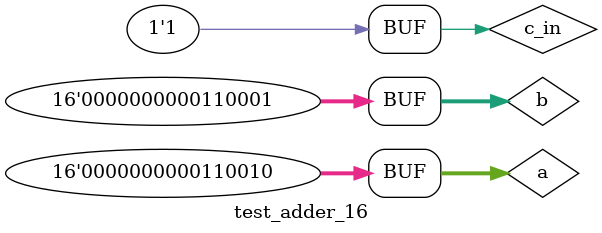
<source format=v>
`timescale 1ns / 1ps


module test_adder_16;

	// Inputs
	reg [15:0] a;
	reg [15:0] b;
	reg c_in;

	// Outputs
	wire [15:0] sum;
	wire c_out;

	// Instantiate the Unit Under Test (UUT)
	adder_16 uut (
		.sum(sum), 
		.c_out(c_out), 
		.a(a), 
		.b(b), 
		.c_in(c_in)
	);

	initial begin
		// Initialize Inputs
		a = 0;
		b = 0;
		c_in = 0;

		// Wait 100 ns for global reset to finish
		#100;
        
		// Add stimulus here
		#100;
		a=50;
		b=49;
		c_in=1;
		
	end
      
endmodule

</source>
